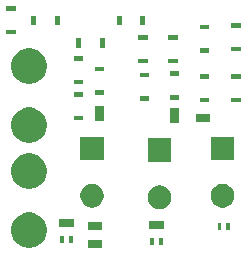
<source format=gbr>
G04 #@! TF.GenerationSoftware,KiCad,Pcbnew,(5.0.1)-3*
G04 #@! TF.CreationDate,2019-03-05T12:35:37-07:00*
G04 #@! TF.ProjectId,BatteryPowerLevel,42617474657279506F7765724C657665,rev?*
G04 #@! TF.SameCoordinates,Original*
G04 #@! TF.FileFunction,Soldermask,Top*
G04 #@! TF.FilePolarity,Negative*
%FSLAX46Y46*%
G04 Gerber Fmt 4.6, Leading zero omitted, Abs format (unit mm)*
G04 Created by KiCad (PCBNEW (5.0.1)-3) date 2019-03-05 12:35:37 PM*
%MOMM*%
%LPD*%
G01*
G04 APERTURE LIST*
%ADD10C,0.100000*%
G04 APERTURE END LIST*
D10*
G36*
X140833000Y-104363000D02*
X139583000Y-104363000D01*
X139583000Y-103663000D01*
X140833000Y-103663000D01*
X140833000Y-104363000D01*
X140833000Y-104363000D01*
G37*
G36*
X134960935Y-101368429D02*
X135057534Y-101387644D01*
X135330517Y-101500717D01*
X135572920Y-101662687D01*
X135576197Y-101664876D01*
X135785124Y-101873803D01*
X135949284Y-102119485D01*
X136062356Y-102392467D01*
X136120000Y-102682261D01*
X136120000Y-102977739D01*
X136062356Y-103267533D01*
X135949284Y-103540515D01*
X135785124Y-103786197D01*
X135576197Y-103995124D01*
X135576194Y-103995126D01*
X135330517Y-104159283D01*
X135057534Y-104272356D01*
X134960935Y-104291571D01*
X134767739Y-104330000D01*
X134472261Y-104330000D01*
X134279065Y-104291571D01*
X134182466Y-104272356D01*
X133909483Y-104159283D01*
X133663806Y-103995126D01*
X133663803Y-103995124D01*
X133454876Y-103786197D01*
X133290716Y-103540515D01*
X133177644Y-103267533D01*
X133120000Y-102977739D01*
X133120000Y-102682261D01*
X133177644Y-102392467D01*
X133290716Y-102119485D01*
X133454876Y-101873803D01*
X133663803Y-101664876D01*
X133667080Y-101662687D01*
X133909483Y-101500717D01*
X134182466Y-101387644D01*
X134279065Y-101368429D01*
X134472261Y-101330000D01*
X134767739Y-101330000D01*
X134960935Y-101368429D01*
X134960935Y-101368429D01*
G37*
G36*
X145173000Y-104059000D02*
X144873000Y-104059000D01*
X144873000Y-103459000D01*
X145173000Y-103459000D01*
X145173000Y-104059000D01*
X145173000Y-104059000D01*
G37*
G36*
X145923000Y-104059000D02*
X145623000Y-104059000D01*
X145623000Y-103459000D01*
X145923000Y-103459000D01*
X145923000Y-104059000D01*
X145923000Y-104059000D01*
G37*
G36*
X137576000Y-103932000D02*
X137276000Y-103932000D01*
X137276000Y-103332000D01*
X137576000Y-103332000D01*
X137576000Y-103932000D01*
X137576000Y-103932000D01*
G37*
G36*
X138326000Y-103932000D02*
X138026000Y-103932000D01*
X138026000Y-103332000D01*
X138326000Y-103332000D01*
X138326000Y-103932000D01*
X138326000Y-103932000D01*
G37*
G36*
X140827000Y-102839000D02*
X139577000Y-102839000D01*
X139577000Y-102139000D01*
X140827000Y-102139000D01*
X140827000Y-102839000D01*
X140827000Y-102839000D01*
G37*
G36*
X151638000Y-102789000D02*
X151338000Y-102789000D01*
X151338000Y-102189000D01*
X151638000Y-102189000D01*
X151638000Y-102789000D01*
X151638000Y-102789000D01*
G37*
G36*
X150888000Y-102789000D02*
X150588000Y-102789000D01*
X150588000Y-102189000D01*
X150888000Y-102189000D01*
X150888000Y-102789000D01*
X150888000Y-102789000D01*
G37*
G36*
X146040000Y-102712000D02*
X144790000Y-102712000D01*
X144790000Y-102012000D01*
X146040000Y-102012000D01*
X146040000Y-102712000D01*
X146040000Y-102712000D01*
G37*
G36*
X138414000Y-102585000D02*
X137164000Y-102585000D01*
X137164000Y-101885000D01*
X138414000Y-101885000D01*
X138414000Y-102585000D01*
X138414000Y-102585000D01*
G37*
G36*
X145844770Y-99059372D02*
X145960689Y-99082429D01*
X146142678Y-99157811D01*
X146306463Y-99267249D01*
X146445751Y-99406537D01*
X146555189Y-99570322D01*
X146630571Y-99752311D01*
X146669000Y-99945509D01*
X146669000Y-100142491D01*
X146630571Y-100335689D01*
X146555189Y-100517678D01*
X146445751Y-100681463D01*
X146306463Y-100820751D01*
X146142678Y-100930189D01*
X145960689Y-101005571D01*
X145844770Y-101028628D01*
X145767493Y-101044000D01*
X145570507Y-101044000D01*
X145493230Y-101028628D01*
X145377311Y-101005571D01*
X145195322Y-100930189D01*
X145031537Y-100820751D01*
X144892249Y-100681463D01*
X144782811Y-100517678D01*
X144707429Y-100335689D01*
X144669000Y-100142491D01*
X144669000Y-99945509D01*
X144707429Y-99752311D01*
X144782811Y-99570322D01*
X144892249Y-99406537D01*
X145031537Y-99267249D01*
X145195322Y-99157811D01*
X145377311Y-99082429D01*
X145493230Y-99059372D01*
X145570507Y-99044000D01*
X145767493Y-99044000D01*
X145844770Y-99059372D01*
X145844770Y-99059372D01*
G37*
G36*
X140129770Y-98932372D02*
X140245689Y-98955429D01*
X140427678Y-99030811D01*
X140591463Y-99140249D01*
X140730751Y-99279537D01*
X140840189Y-99443322D01*
X140915571Y-99625311D01*
X140954000Y-99818509D01*
X140954000Y-100015491D01*
X140915571Y-100208689D01*
X140840189Y-100390678D01*
X140730751Y-100554463D01*
X140591463Y-100693751D01*
X140427678Y-100803189D01*
X140245689Y-100878571D01*
X140129770Y-100901628D01*
X140052493Y-100917000D01*
X139855507Y-100917000D01*
X139778230Y-100901628D01*
X139662311Y-100878571D01*
X139480322Y-100803189D01*
X139316537Y-100693751D01*
X139177249Y-100554463D01*
X139067811Y-100390678D01*
X138992429Y-100208689D01*
X138954000Y-100015491D01*
X138954000Y-99818509D01*
X138992429Y-99625311D01*
X139067811Y-99443322D01*
X139177249Y-99279537D01*
X139316537Y-99140249D01*
X139480322Y-99030811D01*
X139662311Y-98955429D01*
X139778230Y-98932372D01*
X139855507Y-98917000D01*
X140052493Y-98917000D01*
X140129770Y-98932372D01*
X140129770Y-98932372D01*
G37*
G36*
X151178770Y-98932372D02*
X151294689Y-98955429D01*
X151476678Y-99030811D01*
X151640463Y-99140249D01*
X151779751Y-99279537D01*
X151889189Y-99443322D01*
X151964571Y-99625311D01*
X152003000Y-99818509D01*
X152003000Y-100015491D01*
X151964571Y-100208689D01*
X151889189Y-100390678D01*
X151779751Y-100554463D01*
X151640463Y-100693751D01*
X151476678Y-100803189D01*
X151294689Y-100878571D01*
X151178770Y-100901628D01*
X151101493Y-100917000D01*
X150904507Y-100917000D01*
X150827230Y-100901628D01*
X150711311Y-100878571D01*
X150529322Y-100803189D01*
X150365537Y-100693751D01*
X150226249Y-100554463D01*
X150116811Y-100390678D01*
X150041429Y-100208689D01*
X150003000Y-100015491D01*
X150003000Y-99818509D01*
X150041429Y-99625311D01*
X150116811Y-99443322D01*
X150226249Y-99279537D01*
X150365537Y-99140249D01*
X150529322Y-99030811D01*
X150711311Y-98955429D01*
X150827230Y-98932372D01*
X150904507Y-98917000D01*
X151101493Y-98917000D01*
X151178770Y-98932372D01*
X151178770Y-98932372D01*
G37*
G36*
X134960935Y-96368429D02*
X135057534Y-96387644D01*
X135330517Y-96500717D01*
X135572920Y-96662687D01*
X135576197Y-96664876D01*
X135785124Y-96873803D01*
X135785126Y-96873806D01*
X135898847Y-97044000D01*
X135949284Y-97119485D01*
X136062356Y-97392467D01*
X136120000Y-97682261D01*
X136120000Y-97977739D01*
X136062356Y-98267533D01*
X135949284Y-98540515D01*
X135785124Y-98786197D01*
X135576197Y-98995124D01*
X135576194Y-98995126D01*
X135330517Y-99159283D01*
X135057534Y-99272356D01*
X134960935Y-99291571D01*
X134767739Y-99330000D01*
X134472261Y-99330000D01*
X134279065Y-99291571D01*
X134182466Y-99272356D01*
X133909483Y-99159283D01*
X133663806Y-98995126D01*
X133663803Y-98995124D01*
X133454876Y-98786197D01*
X133290716Y-98540515D01*
X133177644Y-98267533D01*
X133120000Y-97977739D01*
X133120000Y-97682261D01*
X133177644Y-97392467D01*
X133290716Y-97119485D01*
X133341154Y-97044000D01*
X133454874Y-96873806D01*
X133454876Y-96873803D01*
X133663803Y-96664876D01*
X133667080Y-96662687D01*
X133909483Y-96500717D01*
X134182466Y-96387644D01*
X134279065Y-96368429D01*
X134472261Y-96330000D01*
X134767739Y-96330000D01*
X134960935Y-96368429D01*
X134960935Y-96368429D01*
G37*
G36*
X146669000Y-97044000D02*
X144669000Y-97044000D01*
X144669000Y-95044000D01*
X146669000Y-95044000D01*
X146669000Y-97044000D01*
X146669000Y-97044000D01*
G37*
G36*
X152003000Y-96917000D02*
X150003000Y-96917000D01*
X150003000Y-94917000D01*
X152003000Y-94917000D01*
X152003000Y-96917000D01*
X152003000Y-96917000D01*
G37*
G36*
X140954000Y-96917000D02*
X138954000Y-96917000D01*
X138954000Y-94917000D01*
X140954000Y-94917000D01*
X140954000Y-96917000D01*
X140954000Y-96917000D01*
G37*
G36*
X134960935Y-92478429D02*
X135057534Y-92497644D01*
X135330517Y-92610717D01*
X135572920Y-92772687D01*
X135576197Y-92774876D01*
X135785124Y-92983803D01*
X135949284Y-93229485D01*
X136062356Y-93502467D01*
X136120000Y-93792261D01*
X136120000Y-94087739D01*
X136062356Y-94377533D01*
X135949284Y-94650515D01*
X135785124Y-94896197D01*
X135576197Y-95105124D01*
X135576194Y-95105126D01*
X135330517Y-95269283D01*
X135057534Y-95382356D01*
X134960935Y-95401571D01*
X134767739Y-95440000D01*
X134472261Y-95440000D01*
X134279065Y-95401571D01*
X134182466Y-95382356D01*
X133909483Y-95269283D01*
X133663806Y-95105126D01*
X133663803Y-95105124D01*
X133454876Y-94896197D01*
X133290716Y-94650515D01*
X133177644Y-94377533D01*
X133120000Y-94087739D01*
X133120000Y-93792261D01*
X133177644Y-93502467D01*
X133290716Y-93229485D01*
X133454876Y-92983803D01*
X133663803Y-92774876D01*
X133667080Y-92772687D01*
X133909483Y-92610717D01*
X134182466Y-92497644D01*
X134279065Y-92478429D01*
X134472261Y-92440000D01*
X134767739Y-92440000D01*
X134960935Y-92478429D01*
X134960935Y-92478429D01*
G37*
G36*
X147289000Y-93716000D02*
X146589000Y-93716000D01*
X146589000Y-92466000D01*
X147289000Y-92466000D01*
X147289000Y-93716000D01*
X147289000Y-93716000D01*
G37*
G36*
X149977000Y-93695000D02*
X148727000Y-93695000D01*
X148727000Y-92995000D01*
X149977000Y-92995000D01*
X149977000Y-93695000D01*
X149977000Y-93695000D01*
G37*
G36*
X140939000Y-93589000D02*
X140239000Y-93589000D01*
X140239000Y-92339000D01*
X140939000Y-92339000D01*
X140939000Y-93589000D01*
X140939000Y-93589000D01*
G37*
G36*
X139211000Y-93529000D02*
X138411000Y-93529000D01*
X138411000Y-93129000D01*
X139211000Y-93129000D01*
X139211000Y-93529000D01*
X139211000Y-93529000D01*
G37*
G36*
X152546000Y-92005000D02*
X151746000Y-92005000D01*
X151746000Y-91605000D01*
X152546000Y-91605000D01*
X152546000Y-92005000D01*
X152546000Y-92005000D01*
G37*
G36*
X149879000Y-92005000D02*
X149079000Y-92005000D01*
X149079000Y-91605000D01*
X149879000Y-91605000D01*
X149879000Y-92005000D01*
X149879000Y-92005000D01*
G37*
G36*
X144799000Y-91878000D02*
X143999000Y-91878000D01*
X143999000Y-91478000D01*
X144799000Y-91478000D01*
X144799000Y-91878000D01*
X144799000Y-91878000D01*
G37*
G36*
X147339000Y-91767000D02*
X146539000Y-91767000D01*
X146539000Y-91367000D01*
X147339000Y-91367000D01*
X147339000Y-91767000D01*
X147339000Y-91767000D01*
G37*
G36*
X139211000Y-91529000D02*
X138411000Y-91529000D01*
X138411000Y-91129000D01*
X139211000Y-91129000D01*
X139211000Y-91529000D01*
X139211000Y-91529000D01*
G37*
G36*
X140989000Y-91370000D02*
X140189000Y-91370000D01*
X140189000Y-90970000D01*
X140989000Y-90970000D01*
X140989000Y-91370000D01*
X140989000Y-91370000D01*
G37*
G36*
X139211000Y-90481000D02*
X138411000Y-90481000D01*
X138411000Y-90081000D01*
X139211000Y-90081000D01*
X139211000Y-90481000D01*
X139211000Y-90481000D01*
G37*
G36*
X134960935Y-87478429D02*
X135057534Y-87497644D01*
X135330517Y-87610717D01*
X135444682Y-87687000D01*
X135576197Y-87774876D01*
X135785124Y-87983803D01*
X135785126Y-87983806D01*
X135949283Y-88229483D01*
X136062356Y-88502466D01*
X136120000Y-88792263D01*
X136120000Y-89087737D01*
X136063855Y-89370000D01*
X136062356Y-89377533D01*
X135949284Y-89650515D01*
X135785124Y-89896197D01*
X135576197Y-90105124D01*
X135576194Y-90105126D01*
X135330517Y-90269283D01*
X135057534Y-90382356D01*
X134960935Y-90401571D01*
X134767739Y-90440000D01*
X134472261Y-90440000D01*
X134279065Y-90401571D01*
X134182466Y-90382356D01*
X133909483Y-90269283D01*
X133663806Y-90105126D01*
X133663803Y-90105124D01*
X133454876Y-89896197D01*
X133290716Y-89650515D01*
X133177644Y-89377533D01*
X133176146Y-89370000D01*
X133120000Y-89087737D01*
X133120000Y-88792263D01*
X133177644Y-88502466D01*
X133290717Y-88229483D01*
X133454874Y-87983806D01*
X133454876Y-87983803D01*
X133663803Y-87774876D01*
X133795318Y-87687000D01*
X133909483Y-87610717D01*
X134182466Y-87497644D01*
X134279065Y-87478429D01*
X134472261Y-87440000D01*
X134767739Y-87440000D01*
X134960935Y-87478429D01*
X134960935Y-87478429D01*
G37*
G36*
X152546000Y-90005000D02*
X151746000Y-90005000D01*
X151746000Y-89605000D01*
X152546000Y-89605000D01*
X152546000Y-90005000D01*
X152546000Y-90005000D01*
G37*
G36*
X149879000Y-90005000D02*
X149079000Y-90005000D01*
X149079000Y-89605000D01*
X149879000Y-89605000D01*
X149879000Y-90005000D01*
X149879000Y-90005000D01*
G37*
G36*
X144799000Y-89878000D02*
X143999000Y-89878000D01*
X143999000Y-89478000D01*
X144799000Y-89478000D01*
X144799000Y-89878000D01*
X144799000Y-89878000D01*
G37*
G36*
X147339000Y-89767000D02*
X146539000Y-89767000D01*
X146539000Y-89367000D01*
X147339000Y-89367000D01*
X147339000Y-89767000D01*
X147339000Y-89767000D01*
G37*
G36*
X140989000Y-89370000D02*
X140189000Y-89370000D01*
X140189000Y-88970000D01*
X140989000Y-88970000D01*
X140989000Y-89370000D01*
X140989000Y-89370000D01*
G37*
G36*
X147212000Y-88703000D02*
X146412000Y-88703000D01*
X146412000Y-88303000D01*
X147212000Y-88303000D01*
X147212000Y-88703000D01*
X147212000Y-88703000D01*
G37*
G36*
X144672000Y-88703000D02*
X143872000Y-88703000D01*
X143872000Y-88303000D01*
X144672000Y-88303000D01*
X144672000Y-88703000D01*
X144672000Y-88703000D01*
G37*
G36*
X139211000Y-88481000D02*
X138411000Y-88481000D01*
X138411000Y-88081000D01*
X139211000Y-88081000D01*
X139211000Y-88481000D01*
X139211000Y-88481000D01*
G37*
G36*
X149879000Y-87814000D02*
X149079000Y-87814000D01*
X149079000Y-87414000D01*
X149879000Y-87414000D01*
X149879000Y-87814000D01*
X149879000Y-87814000D01*
G37*
G36*
X152546000Y-87687000D02*
X151746000Y-87687000D01*
X151746000Y-87287000D01*
X152546000Y-87287000D01*
X152546000Y-87687000D01*
X152546000Y-87687000D01*
G37*
G36*
X139027000Y-87395000D02*
X138627000Y-87395000D01*
X138627000Y-86595000D01*
X139027000Y-86595000D01*
X139027000Y-87395000D01*
X139027000Y-87395000D01*
G37*
G36*
X141027000Y-87395000D02*
X140627000Y-87395000D01*
X140627000Y-86595000D01*
X141027000Y-86595000D01*
X141027000Y-87395000D01*
X141027000Y-87395000D01*
G37*
G36*
X147212000Y-86703000D02*
X146412000Y-86703000D01*
X146412000Y-86303000D01*
X147212000Y-86303000D01*
X147212000Y-86703000D01*
X147212000Y-86703000D01*
G37*
G36*
X144672000Y-86703000D02*
X143872000Y-86703000D01*
X143872000Y-86303000D01*
X144672000Y-86303000D01*
X144672000Y-86703000D01*
X144672000Y-86703000D01*
G37*
G36*
X133511240Y-86259520D02*
X132711240Y-86259520D01*
X132711240Y-85859520D01*
X133511240Y-85859520D01*
X133511240Y-86259520D01*
X133511240Y-86259520D01*
G37*
G36*
X149879000Y-85814000D02*
X149079000Y-85814000D01*
X149079000Y-85414000D01*
X149879000Y-85414000D01*
X149879000Y-85814000D01*
X149879000Y-85814000D01*
G37*
G36*
X152546000Y-85687000D02*
X151746000Y-85687000D01*
X151746000Y-85287000D01*
X152546000Y-85287000D01*
X152546000Y-85687000D01*
X152546000Y-85687000D01*
G37*
G36*
X135217000Y-85490000D02*
X134817000Y-85490000D01*
X134817000Y-84690000D01*
X135217000Y-84690000D01*
X135217000Y-85490000D01*
X135217000Y-85490000D01*
G37*
G36*
X144456000Y-85490000D02*
X144056000Y-85490000D01*
X144056000Y-84690000D01*
X144456000Y-84690000D01*
X144456000Y-85490000D01*
X144456000Y-85490000D01*
G37*
G36*
X142456000Y-85490000D02*
X142056000Y-85490000D01*
X142056000Y-84690000D01*
X142456000Y-84690000D01*
X142456000Y-85490000D01*
X142456000Y-85490000D01*
G37*
G36*
X137217000Y-85490000D02*
X136817000Y-85490000D01*
X136817000Y-84690000D01*
X137217000Y-84690000D01*
X137217000Y-85490000D01*
X137217000Y-85490000D01*
G37*
G36*
X133511240Y-84259520D02*
X132711240Y-84259520D01*
X132711240Y-83859520D01*
X133511240Y-83859520D01*
X133511240Y-84259520D01*
X133511240Y-84259520D01*
G37*
M02*

</source>
